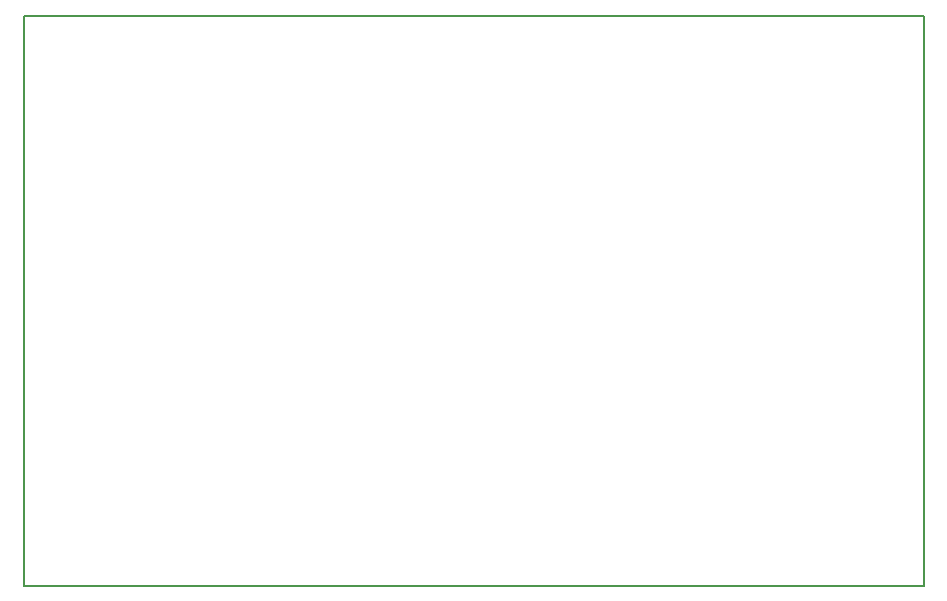
<source format=gbr>
G04 #@! TF.GenerationSoftware,KiCad,Pcbnew,(5.1.5)-3*
G04 #@! TF.CreationDate,2020-06-16T01:41:37-04:00*
G04 #@! TF.ProjectId,SMT-Theremin-v1,534d542d-5468-4657-9265-6d696e2d7631,rev?*
G04 #@! TF.SameCoordinates,Original*
G04 #@! TF.FileFunction,Profile,NP*
%FSLAX46Y46*%
G04 Gerber Fmt 4.6, Leading zero omitted, Abs format (unit mm)*
G04 Created by KiCad (PCBNEW (5.1.5)-3) date 2020-06-16 01:41:37*
%MOMM*%
%LPD*%
G04 APERTURE LIST*
%ADD10C,0.200000*%
G04 APERTURE END LIST*
D10*
X157480000Y-71120000D02*
X81280000Y-71120000D01*
X157480000Y-119380000D02*
X157480000Y-71120000D01*
X81280000Y-119380000D02*
X157480000Y-119380000D01*
X81280000Y-71120000D02*
X81280000Y-119380000D01*
M02*

</source>
